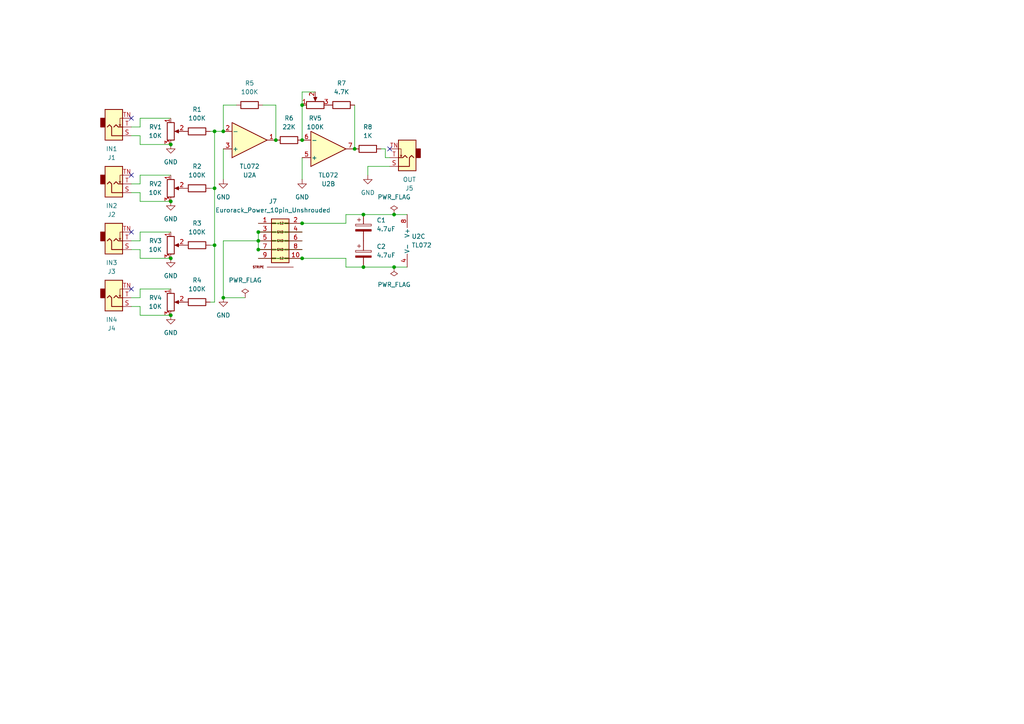
<source format=kicad_sch>
(kicad_sch (version 20231120) (generator "eeschema") (generator_version "8.0")
  (paper "A4")
  (title_block (title "Hagiwo Eurorack Mixer") (date "2024-07-12") (rev "v1.1") (comment 1 "4 channel as opposed to original 5 channel version"))
  (lib_symbols
    (symbol "Amplifier_Operational:TL072" (pin_names (offset 0.127))
      (property "Reference" "U" (at 0 5.08 0))
      (property "Value" "TL072" (at 0 -5.08 0))
      (symbol "TL072_1_1"
        (polyline (pts (xy -5.08 5.08) (xy 5.08 0) (xy -5.08 -5.08) (xy -5.08 5.08)) (stroke (width 0.254)) (fill (type background)))
        (pin output line (at 7.62 0 180) (length 2.54) (name "~") (number "1"))
        (pin input line (at -7.62 -2.54 0) (length 2.54) (name "-") (number "2"))
        (pin input line (at -7.62 2.54 0) (length 2.54) (name "+") (number "3"))
      )
      (symbol "TL072_2_1"
        (polyline (pts (xy -5.08 5.08) (xy 5.08 0) (xy -5.08 -5.08) (xy -5.08 5.08)) (stroke (width 0.254)) (fill (type background)))
        (pin input line (at -7.62 2.54 0) (length 2.54) (name "+") (number "5"))
        (pin input line (at -7.62 -2.54 0) (length 2.54) (name "-") (number "6"))
        (pin output line (at 7.62 0 180) (length 2.54) (name "~") (number "7"))
      )
      (symbol "TL072_3_1"
        (pin power_in line (at -2.54 -7.62 90) (length 3.81) (name "V-") (number "4"))
        (pin power_in line (at -2.54 7.62 270) (length 3.81) (name "V+") (number "8"))
      )
    )
    (symbol "Connector_Audio:AudioJack2_SwitchT"
      (property "Reference" "J" (at 0 8.89 0))
      (property "Value" "AudioJack2_SwitchT" (at 0 6.35 0))
      (symbol "AudioJack2_SwitchT_0_1"
        (rectangle (start -2.54 0) (end -3.81 -2.54) (stroke (width 0.254)) (fill (type outline)))
        (polyline (pts (xy 1.778 -0.254) (xy 2.032 -0.762)))
        (polyline (pts (xy 0 0) (xy 0.635 -0.635) (xy 1.27 0) (xy 2.54 0)) (stroke (width 0.254)))
        (polyline (pts (xy 2.54 -2.54) (xy 1.778 -2.54) (xy 1.778 -0.254) (xy 1.524 -0.762)))
        (polyline (pts (xy 2.54 2.54) (xy -0.635 2.54) (xy -0.635 0) (xy -1.27 -0.635) (xy -1.905 0)) (stroke (width 0.254)))
        (rectangle (start 2.54 3.81) (end -2.54 -5.08) (stroke (width 0.254)) (fill (type background)))
      )
      (symbol "AudioJack2_SwitchT_1_1"
        (pin passive line (at 5.08 2.54 180) (length 2.54) (name "~") (number "S"))
        (pin passive line (at 5.08 0 180) (length 2.54) (name "~") (number "T"))
        (pin passive line (at 5.08 -2.54 180) (length 2.54) (name "~") (number "TN"))
      )
    )
    (symbol "Device:C_Polarized" (pin_numbers hide) (pin_names (offset 0.254))
      (property "Reference" "C" (at 0.635 2.54 0))
      (property "Value" "C_Polarized" (at 0.635 -2.54 0))
      (symbol "C_Polarized_0_1"
        (rectangle (start -2.286 0.508) (end 2.286 1.016))
        (polyline (pts (xy -1.778 2.286) (xy -0.762 2.286)))
        (polyline (pts (xy -1.27 2.794) (xy -1.27 1.778)))
        (rectangle (start 2.286 -0.508) (end -2.286 -1.016) (fill (type outline)))
      )
      (symbol "C_Polarized_1_1"
        (pin passive line (at 0 3.81 270) (length 2.794) (name "~") (number "1"))
        (pin passive line (at 0 -3.81 90) (length 2.794) (name "~") (number "2"))
      )
    )
    (symbol "Device:R" (pin_numbers hide) (pin_names (offset 0))
      (property "Reference" "R" (at 2.032 0 90))
      (property "Value" "R" (at 0 0 90))
      (symbol "R_0_1"
        (rectangle (start -1.016 -2.54) (end 1.016 2.54) (stroke (width 0.254)))
      )
      (symbol "R_1_1"
        (pin passive line (at 0 3.81 270) (length 1.27) (name "~") (number "1"))
        (pin passive line (at 0 -3.81 90) (length 1.27) (name "~") (number "2"))
      )
    )
    (symbol "Device:R_Potentiometer" (pin_names (offset 1.016) hide)
      (property "Reference" "RV" (at -4.445 0 90))
      (property "Value" "R_Potentiometer" (at -2.54 0 90))
      (symbol "R_Potentiometer_0_1"
        (polyline (pts (xy 2.54 0) (xy 1.524 0)))
        (polyline (pts (xy 1.143 0) (xy 2.286 0.508) (xy 2.286 -0.508) (xy 1.143 0)) (fill (type outline)))
        (rectangle (start 1.016 2.54) (end -1.016 -2.54) (stroke (width 0.254)))
      )
      (symbol "R_Potentiometer_1_1"
        (pin passive line (at 0 3.81 270) (length 1.27) (name "1") (number "1"))
        (pin passive line (at 3.81 0 180) (length 1.27) (name "2") (number "2"))
        (pin passive line (at 0 -3.81 90) (length 1.27) (name "3") (number "3"))
      )
    )
    (symbol "GND_1" (power) (pin_numbers hide) (pin_names (offset 0) hide)
      (property "Value" "GND" (at 0 -3.81 0))
      (symbol "GND_1_0_1"
        (polyline (pts (xy 0 0) (xy 0 -1.27) (xy 1.27 -1.27) (xy 0 -2.54) (xy -1.27 -1.27) (xy 0 -1.27)))
      )
      (symbol "GND_1_1_1"
        (pin power_in line (at 0 0 270) (length 0) (name "~") (number "1"))
      )
    )
    (symbol "PCM_4ms_Connector:Eurorack_Power_10pin_Unshrouded" (pin_names (offset 0.0254) hide)
      (property "Reference" "J" (at 0 3.81 0))
      (property "Value" "Eurorack_Power_10pin_Unshrouded" (at 0 6.35 0))
      (symbol "Eurorack_Power_10pin_Unshrouded_0_0"
        (text "+12" (at 0 1.27 0) (effects (font (size 0.635 0.635))))
        (text "-12" (at 0 -8.89 0) (effects (font (size 0.635 0.635))))
        (text "GND" (at 0 -6.35 0) (effects (font (size 0.635 0.635))))
        (text "GND" (at 0 -3.81 0) (effects (font (size 0.635 0.635))))
        (text "GND" (at 0 -1.27 0) (effects (font (size 0.635 0.635))))
        (text "STRIPE" (at -6.35 -11.43 0) (effects (font (size 0.635 0.635))))
      )
      (symbol "Eurorack_Power_10pin_Unshrouded_0_1"
        (rectangle (start -2.54 -10.16) (end 2.54 2.54) (stroke (width 0.254)) (fill (type background)))
        (rectangle (start -2.54 -8.763) (end -1.27 -9.017))
        (rectangle (start -2.54 -6.223) (end -1.27 -6.477))
        (rectangle (start -2.54 -3.683) (end -1.27 -3.937))
        (rectangle (start -2.54 -1.143) (end -1.27 -1.397))
        (rectangle (start -2.54 1.397) (end -1.27 1.143))
        (polyline (pts (xy -3.81 -11.43) (xy 3.81 -11.43) (xy 1.27 -11.43)))
        (rectangle (start 1.27 -8.763) (end 2.54 -9.017))
        (rectangle (start 1.27 -6.223) (end 2.54 -6.477))
        (rectangle (start 1.27 -3.683) (end 2.54 -3.937))
        (rectangle (start 1.27 -1.143) (end 2.54 -1.397))
        (rectangle (start 1.27 1.397) (end 2.54 1.143))
      )
      (symbol "Eurorack_Power_10pin_Unshrouded_1_1"
        (pin passive line (at -6.35 1.27 0) (length 3.81) (name "+12V") (number "1"))
        (pin passive line (at 6.35 -8.89 180) (length 3.81) (name "-12V") (number "10"))
        (pin passive line (at 6.35 1.27 180) (length 3.81) (name "+12V") (number "2"))
        (pin passive line (at -6.35 -1.27 0) (length 3.81) (name "GND") (number "3"))
        (pin passive line (at 6.35 -1.27 180) (length 3.81) (name "GND") (number "4"))
        (pin passive line (at -6.35 -3.81 0) (length 3.81) (name "GND") (number "5"))
        (pin passive line (at 6.35 -3.81 180) (length 3.81) (name "GND") (number "6"))
        (pin passive line (at -6.35 -6.35 0) (length 3.81) (name "GND") (number "7"))
        (pin passive line (at 6.35 -6.35 180) (length 3.81) (name "GND") (number "8"))
        (pin passive line (at -6.35 -8.89 0) (length 3.81) (name "-12V") (number "9"))
      )
    )
    (symbol "power:PWR_FLAG" (power) (pin_numbers hide) (pin_names (offset 0) hide)
      (property "Value" "PWR_FLAG" (at 0 3.81 0))
      (symbol "PWR_FLAG_0_0"
        (pin power_out line (at 0 0 90) (length 0) (name "~") (number "1"))
      )
      (symbol "PWR_FLAG_0_1"
        (polyline (pts (xy 0 0) (xy 0 1.27) (xy -1.016 1.905) (xy 0 2.54) (xy 1.016 1.905) (xy 0 1.27)))
      )
    )
  )
  (junction (at 80.01 40.64))
  (junction (at 49.53 41.91))
  (junction (at 74.93 69.85))
  (junction (at 62.23 71.12))
  (junction (at 105.41 77.47))
  (junction (at 64.77 86.36))
  (junction (at 49.53 58.42))
  (junction (at 49.53 91.44))
  (junction (at 64.77 38.1))
  (junction (at 102.87 43.18))
  (junction (at 62.23 54.61))
  (junction (at 114.3 77.47))
  (junction (at 114.3 62.23))
  (junction (at 87.63 40.64))
  (junction (at 62.23 38.1))
  (junction (at 49.53 74.93))
  (junction (at 105.41 62.23))
  (junction (at 87.63 74.93))
  (junction (at 74.93 67.31))
  (junction (at 87.63 64.77))
  (junction (at 87.63 30.48))
  (junction (at 74.93 72.39))
  (no_connect (at 38.1 34.29))
  (no_connect (at 38.1 83.82))
  (no_connect (at 38.1 67.31))
  (no_connect (at 113.03 43.18))
  (no_connect (at 38.1 50.8))
  (wire (pts (xy 111.76 43.18) (xy 111.76 45.72)))
  (wire (pts (xy 49.53 74.93) (xy 40.64 74.93)))
  (wire (pts (xy 87.63 64.77) (xy 100.33 64.77)))
  (wire (pts (xy 74.93 74.93) (xy 87.63 74.93)))
  (wire (pts (xy 38.1 88.9) (xy 40.64 88.9)))
  (wire (pts (xy 87.63 52.07) (xy 87.63 45.72)))
  (wire (pts (xy 38.1 39.37) (xy 40.64 39.37)))
  (wire (pts (xy 64.77 69.85) (xy 74.93 69.85)))
  (wire (pts (xy 40.64 53.34) (xy 40.64 50.8)))
  (wire (pts (xy 114.3 62.23) (xy 118.11 62.23)))
  (wire (pts (xy 87.63 30.48) (xy 87.63 40.64)))
  (wire (pts (xy 60.96 38.1) (xy 62.23 38.1)))
  (wire (pts (xy 64.77 38.1) (xy 64.77 30.48)))
  (wire (pts (xy 40.64 91.44) (xy 40.64 88.9)))
  (wire (pts (xy 38.1 55.88) (xy 40.64 55.88)))
  (wire (pts (xy 40.64 69.85) (xy 40.64 67.31)))
  (wire (pts (xy 102.87 30.48) (xy 102.87 43.18)))
  (wire (pts (xy 80.01 30.48) (xy 80.01 40.64)))
  (wire (pts (xy 74.93 69.85) (xy 87.63 69.85)))
  (wire (pts (xy 74.93 67.31) (xy 87.63 67.31)))
  (wire (pts (xy 62.23 38.1) (xy 64.77 38.1)))
  (wire (pts (xy 62.23 54.61) (xy 62.23 71.12)))
  (wire (pts (xy 114.3 77.47) (xy 118.11 77.47)))
  (wire (pts (xy 49.53 41.91) (xy 40.64 41.91)))
  (wire (pts (xy 40.64 36.83) (xy 40.64 34.29)))
  (wire (pts (xy 64.77 43.18) (xy 64.77 52.07)))
  (wire (pts (xy 74.93 72.39) (xy 87.63 72.39)))
  (wire (pts (xy 62.23 71.12) (xy 62.23 87.63)))
  (wire (pts (xy 40.64 41.91) (xy 40.64 39.37)))
  (wire (pts (xy 76.2 30.48) (xy 80.01 30.48)))
  (wire (pts (xy 64.77 86.36) (xy 71.12 86.36)))
  (wire (pts (xy 40.64 50.8) (xy 49.53 50.8)))
  (wire (pts (xy 100.33 77.47) (xy 105.41 77.47)))
  (wire (pts (xy 91.44 26.67) (xy 87.63 26.67)))
  (wire (pts (xy 106.68 48.26) (xy 106.68 50.8)))
  (wire (pts (xy 40.64 74.93) (xy 40.64 72.39)))
  (wire (pts (xy 111.76 45.72) (xy 113.03 45.72)))
  (wire (pts (xy 49.53 91.44) (xy 40.64 91.44)))
  (wire (pts (xy 60.96 54.61) (xy 62.23 54.61)))
  (wire (pts (xy 100.33 62.23) (xy 105.41 62.23)))
  (wire (pts (xy 74.93 64.77) (xy 87.63 64.77)))
  (wire (pts (xy 74.93 67.31) (xy 74.93 69.85)))
  (wire (pts (xy 40.64 34.29) (xy 49.53 34.29)))
  (wire (pts (xy 38.1 36.83) (xy 40.64 36.83)))
  (wire (pts (xy 113.03 48.26) (xy 106.68 48.26)))
  (wire (pts (xy 60.96 71.12) (xy 62.23 71.12)))
  (wire (pts (xy 38.1 72.39) (xy 40.64 72.39)))
  (wire (pts (xy 40.64 83.82) (xy 49.53 83.82)))
  (wire (pts (xy 38.1 53.34) (xy 40.64 53.34)))
  (wire (pts (xy 87.63 26.67) (xy 87.63 30.48)))
  (wire (pts (xy 64.77 69.85) (xy 64.77 86.36)))
  (wire (pts (xy 64.77 30.48) (xy 68.58 30.48)))
  (wire (pts (xy 100.33 64.77) (xy 100.33 62.23)))
  (wire (pts (xy 40.64 83.82) (xy 40.64 86.36)))
  (wire (pts (xy 40.64 67.31) (xy 49.53 67.31)))
  (wire (pts (xy 60.96 87.63) (xy 62.23 87.63)))
  (wire (pts (xy 100.33 74.93) (xy 100.33 77.47)))
  (wire (pts (xy 74.93 69.85) (xy 74.93 72.39)))
  (wire (pts (xy 49.53 58.42) (xy 40.64 58.42)))
  (wire (pts (xy 87.63 74.93) (xy 100.33 74.93)))
  (wire (pts (xy 62.23 38.1) (xy 62.23 54.61)))
  (wire (pts (xy 105.41 77.47) (xy 114.3 77.47)))
  (wire (pts (xy 105.41 62.23) (xy 114.3 62.23)))
  (wire (pts (xy 38.1 69.85) (xy 40.64 69.85)))
  (wire (pts (xy 40.64 58.42) (xy 40.64 55.88)))
  (wire (pts (xy 110.49 43.18) (xy 111.76 43.18)))
  (wire (pts (xy 38.1 86.36) (xy 40.64 86.36)))
  (symbol (lib_name "GND_1") (lib_id "power:GND") (at 64.77 52.07 0) (unit 1)
    (property "Reference" "#PWR03" (effects (hide yes)))
    (property "Value" "GND" (at 64.77 57.15 0))
    (property "Description" "Power symbol creates a global label with name \"GND\" , ground" (effects (hide yes)))
  )
  (symbol (lib_id "Device:R") (at 57.15 87.63 90) (unit 1)
    (property "Reference" "R4" (at 57.15 81.28 90))
    (property "Value" "100K" (at 57.15 83.82 90))
    (property "Footprint" "Resistor_THT:R_Axial_DIN0207_L6.3mm_D2.5mm_P7.62mm_Horizontal" (effects (hide yes)))
  )
  (symbol (lib_name "GND_1") (lib_id "power:GND") (at 49.53 74.93 0) (unit 1)
    (property "Reference" "#PWR05" (effects (hide yes)))
    (property "Value" "GND" (at 49.53 80.01 0))
    (property "Description" "Power symbol creates a global label with name \"GND\" , ground" (effects (hide yes)))
  )
  (symbol (lib_id "Connector_Audio:AudioJack2_SwitchT") (at 118.11 45.72 180) (unit 1)
    (property "Reference" "J5" (at 118.745 54.61 0))
    (property "Value" "OUT" (at 118.745 52.07 0))
    (property "Footprint" "Library:EighthInch_PJ398SM_T_TN_S" (effects (hide yes)))
  )
  (symbol (lib_id "Connector_Audio:AudioJack2_SwitchT") (at 33.02 86.36 0) (mirror x) (unit 1)
    (property "Reference" "J4" (at 32.385 95.25 0))
    (property "Value" "IN4" (at 32.385 92.71 0))
    (property "Footprint" "Library:EighthInch_PJ398SM_T_TN_S" (effects (hide yes)))
  )
  (symbol (lib_id "Device:R") (at 99.06 30.48 90) (unit 1)
    (property "Reference" "R7" (at 99.06 24.13 90))
    (property "Value" "4.7K" (at 99.06 26.67 90))
    (property "Footprint" "Resistor_THT:R_Axial_DIN0207_L6.3mm_D2.5mm_P7.62mm_Horizontal" (effects (hide yes)))
  )
  (symbol (lib_name "GND_1") (lib_id "power:GND") (at 49.53 91.44 0) (unit 1)
    (property "Reference" "#PWR06" (effects (hide yes)))
    (property "Value" "GND" (at 49.53 96.52 0))
    (property "Description" "Power symbol creates a global label with name \"GND\" , ground" (effects (hide yes)))
  )
  (symbol (lib_id "Device:R") (at 72.39 30.48 90) (unit 1)
    (property "Reference" "R5" (at 72.39 24.13 90))
    (property "Value" "100K" (at 72.39 26.67 90))
    (property "Footprint" "Resistor_THT:R_Axial_DIN0207_L6.3mm_D2.5mm_P7.62mm_Horizontal" (effects (hide yes)))
  )
  (symbol (lib_id "Device:R_Potentiometer") (at 49.53 38.1 0) (unit 1)
    (property "Reference" "RV1" (at 46.99 36.8299 0) (effects (justify right)))
    (property "Value" "10K" (at 46.99 39.3699 0) (effects (justify right)))
    (property "Footprint" "Library:Pot_9mm_DShaft_RemovedPins4_5" (effects (hide yes)))
  )
  (symbol (lib_id "Device:R") (at 57.15 38.1 90) (unit 1)
    (property "Reference" "R1" (at 57.15 31.75 90))
    (property "Value" "100K" (at 57.15 34.29 90))
    (property "Footprint" "Resistor_THT:R_Axial_DIN0207_L6.3mm_D2.5mm_P7.62mm_Horizontal" (effects (hide yes)))
  )
  (symbol (lib_id "Device:R") (at 57.15 54.61 90) (unit 1)
    (property "Reference" "R2" (at 57.15 48.26 90))
    (property "Value" "100K" (at 57.15 50.8 90))
    (property "Footprint" "Resistor_THT:R_Axial_DIN0207_L6.3mm_D2.5mm_P7.62mm_Horizontal" (effects (hide yes)))
  )
  (symbol (lib_name "GND_1") (lib_id "power:GND") (at 106.68 50.8 0) (unit 1)
    (property "Reference" "#PWR07" (effects (hide yes)))
    (property "Value" "GND" (at 106.68 55.88 0))
    (property "Description" "Power symbol creates a global label with name \"GND\" , ground" (effects (hide yes)))
  )
  (symbol (lib_id "power:PWR_FLAG") (at 71.12 86.36 0) (unit 1)
    (property "Reference" "#FLG01" (effects (hide yes)))
    (property "Value" "PWR_FLAG" (at 71.12 81.28 0))
    (property "Description" "Special symbol for telling ERC where power comes from" (effects (hide yes)))
  )
  (symbol (lib_id "Device:R") (at 106.68 43.18 90) (unit 1)
    (property "Reference" "R8" (at 106.68 36.83 90))
    (property "Value" "1K" (at 106.68 39.37 90))
    (property "Footprint" "Resistor_THT:R_Axial_DIN0207_L6.3mm_D2.5mm_P7.62mm_Horizontal" (effects (hide yes)))
  )
  (symbol (lib_id "power:PWR_FLAG") (at 114.3 77.47 180) (unit 1)
    (property "Reference" "#FLG02" (effects (hide yes)))
    (property "Value" "PWR_FLAG" (at 114.3 82.55 0))
    (property "Description" "Special symbol for telling ERC where power comes from" (effects (hide yes)))
  )
  (symbol (lib_id "Connector_Audio:AudioJack2_SwitchT") (at 33.02 69.85 0) (mirror x) (unit 1)
    (property "Reference" "J3" (at 32.385 78.74 0))
    (property "Value" "IN3" (at 32.385 76.2 0))
    (property "Footprint" "Library:EighthInch_PJ398SM_T_TN_S" (effects (hide yes)))
  )
  (symbol (lib_id "Amplifier_Operational:TL072") (at 120.65 69.85 0) (unit 3)
    (property "Reference" "U2" (at 119.38 68.58 0) (effects (justify left)))
    (property "Value" "TL072" (at 119.38 71.12 0) (effects (justify left)))
    (property "Footprint" "Package_DIP:DIP-8_W7.62mm" (effects (hide yes)))
    (property "Datasheet" "http://www.ti.com/lit/ds/symlink/tl071.pdf" (effects (hide yes)))
  )
  (symbol (lib_id "Connector_Audio:AudioJack2_SwitchT") (at 33.02 36.83 0) (mirror x) (unit 1)
    (property "Reference" "J1" (at 32.385 45.72 0))
    (property "Value" "IN1" (at 32.385 43.18 0))
    (property "Footprint" "Library:EighthInch_PJ398SM_T_TN_S" (effects (hide yes)))
  )
  (symbol (lib_id "Device:R_Potentiometer") (at 49.53 87.63 0) (unit 1)
    (property "Reference" "RV4" (at 46.99 86.3599 0) (effects (justify right)))
    (property "Value" "10K" (at 46.99 88.8999 0) (effects (justify right)))
    (property "Footprint" "Library:Pot_9mm_DShaft_RemovedPins4_5" (effects (hide yes)))
  )
  (symbol (lib_name "GND_1") (lib_id "power:GND") (at 64.77 86.36 0) (unit 1)
    (property "Reference" "#PWR08" (effects (hide yes)))
    (property "Value" "GND" (at 64.77 91.44 0))
    (property "Description" "Power symbol creates a global label with name \"GND\" , ground" (effects (hide yes)))
  )
  (symbol (lib_id "Connector_Audio:AudioJack2_SwitchT") (at 33.02 53.34 0) (mirror x) (unit 1)
    (property "Reference" "J2" (at 32.385 62.23 0))
    (property "Value" "IN2" (at 32.385 59.69 0))
    (property "Footprint" "Library:EighthInch_PJ398SM_T_TN_S" (effects (hide yes)))
  )
  (symbol (lib_id "Device:R_Potentiometer") (at 91.44 30.48 90) (unit 1)
    (property "Reference" "RV5" (at 91.44 34.29 90))
    (property "Value" "100K" (at 91.44 36.83 90))
    (property "Footprint" "Library:Pot_9mm_DShaft_RemovedPins4_5" (effects (hide yes)))
  )
  (symbol (lib_name "GND_1") (lib_id "power:GND") (at 49.53 58.42 0) (unit 1)
    (property "Reference" "#PWR01" (effects (hide yes)))
    (property "Value" "GND" (at 49.53 63.5 0))
    (property "Description" "Power symbol creates a global label with name \"GND\" , ground" (effects (hide yes)))
  )
  (symbol (lib_id "Device:C_Polarized") (at 105.41 73.66 0) (unit 1)
    (property "Reference" "C2" (at 109.22 71.501 0) (effects (justify left)))
    (property "Value" "4.7uF" (at 109.22 74.041 0) (effects (justify left)))
    (property "Footprint" "Capacitor_THT:CP_Radial_D5.0mm_P2.50mm" (effects (hide yes)))
  )
  (symbol (lib_id "Amplifier_Operational:TL072") (at 95.25 43.18 0) (mirror x) (unit 2)
    (property "Reference" "U2" (at 95.25 53.34 0))
    (property "Value" "TL072" (at 95.25 50.8 0))
    (property "Footprint" "Package_DIP:DIP-8_W7.62mm" (effects (hide yes)))
    (property "Datasheet" "http://www.ti.com/lit/ds/symlink/tl071.pdf" (effects (hide yes)))
  )
  (symbol (lib_id "power:PWR_FLAG") (at 114.3 62.23 0) (unit 1)
    (property "Reference" "#FLG03" (effects (hide yes)))
    (property "Value" "PWR_FLAG" (at 114.3 57.15 0))
    (property "Description" "Special symbol for telling ERC where power comes from" (effects (hide yes)))
  )
  (symbol (lib_name "GND_1") (lib_id "power:GND") (at 87.63 52.07 0) (unit 1)
    (property "Reference" "#PWR04" (effects (hide yes)))
    (property "Value" "GND" (at 87.63 57.15 0))
    (property "Description" "Power symbol creates a global label with name \"GND\" , ground" (effects (hide yes)))
  )
  (symbol (lib_id "Device:C_Polarized") (at 105.41 66.04 0) (unit 1)
    (property "Reference" "C1" (at 109.22 63.881 0) (effects (justify left)))
    (property "Value" "4.7uF" (at 109.22 66.421 0) (effects (justify left)))
    (property "Footprint" "Capacitor_THT:CP_Radial_D5.0mm_P2.50mm" (effects (hide yes)))
  )
  (symbol (lib_name "GND_1") (lib_id "power:GND") (at 49.53 41.91 0) (unit 1)
    (property "Reference" "#PWR02" (effects (hide yes)))
    (property "Value" "GND" (at 49.53 46.99 0))
    (property "Description" "Power symbol creates a global label with name \"GND\" , ground" (effects (hide yes)))
  )
  (symbol (lib_id "Device:R") (at 57.15 71.12 90) (unit 1)
    (property "Reference" "R3" (at 57.15 64.77 90))
    (property "Value" "100K" (at 57.15 67.31 90))
    (property "Footprint" "Resistor_THT:R_Axial_DIN0207_L6.3mm_D2.5mm_P7.62mm_Horizontal" (effects (hide yes)))
  )
  (symbol (lib_id "PCM_4ms_Connector:Eurorack_Power_10pin_Unshrouded") (at 81.28 66.04 0) (unit 1)
    (property "Reference" "J7" (at 79.1733 58.42 0))
    (property "Value" "Eurorack_Power_10pin_Unshrouded" (at 79.1733 60.96 0))
    (property "Footprint" "Library:IDC-Header_2x05_P2.54mm_Vertical_Euro_Power_Striped" (effects (hide yes)))
    (property "Description" "HEADER 2x5 MALE PINS 0.100” 180deg" (effects (hide yes)))
    (property "Specifications" "HEADER 2x5 MALE PINS 0.100” 180deg" (effects (hide yes)))
    (property "Manufacturer" "TAD" (effects (hide yes)))
    (property "Part Number" "1-1002FBV0T" (effects (hide yes)))
  )
  (symbol (lib_id "Device:R_Potentiometer") (at 49.53 54.61 0) (unit 1)
    (property "Reference" "RV2" (at 46.99 53.3399 0) (effects (justify right)))
    (property "Value" "10K" (at 46.99 55.8799 0) (effects (justify right)))
    (property "Footprint" "Library:Pot_9mm_DShaft_RemovedPins4_5" (effects (hide yes)))
  )
  (symbol (lib_id "Device:R") (at 83.82 40.64 90) (unit 1)
    (property "Reference" "R6" (at 83.82 34.29 90))
    (property "Value" "22K" (at 83.82 36.83 90))
    (property "Footprint" "Resistor_THT:R_Axial_DIN0207_L6.3mm_D2.5mm_P7.62mm_Horizontal" (effects (hide yes)))
  )
  (symbol (lib_id "Amplifier_Operational:TL072") (at 72.39 40.64 0) (mirror x) (unit 1)
    (property "Reference" "U2" (at 72.39 50.8 0))
    (property "Value" "TL072" (at 72.39 48.26 0))
    (property "Footprint" "Package_DIP:DIP-8_W7.62mm" (effects (hide yes)))
    (property "Datasheet" "http://www.ti.com/lit/ds/symlink/tl071.pdf" (effects (hide yes)))
  )
  (symbol (lib_id "Device:R_Potentiometer") (at 49.53 71.12 0) (unit 1)
    (property "Reference" "RV3" (at 46.99 69.8499 0) (effects (justify right)))
    (property "Value" "10K" (at 46.99 72.3899 0) (effects (justify right)))
    (property "Footprint" "Library:Pot_9mm_DShaft_RemovedPins4_5" (effects (hide yes)))
  )
)
</source>
